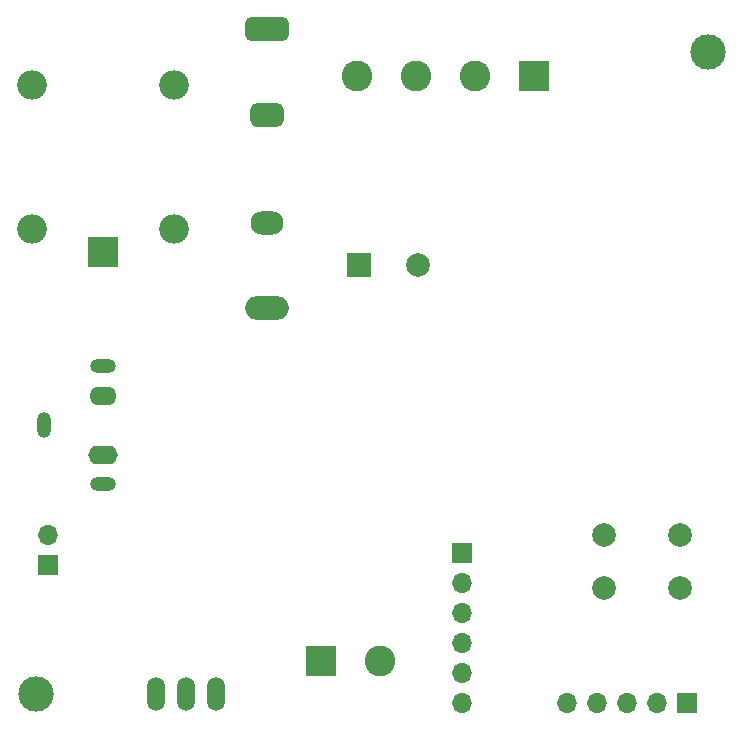
<source format=gbs>
%TF.GenerationSoftware,KiCad,Pcbnew,7.0.8-7.0.8~ubuntu20.04.1*%
%TF.CreationDate,2023-11-01T16:16:35+05:30*%
%TF.ProjectId,WLED_V0.1,574c4544-5f56-4302-9e31-2e6b69636164,rev?*%
%TF.SameCoordinates,Original*%
%TF.FileFunction,Soldermask,Bot*%
%TF.FilePolarity,Negative*%
%FSLAX46Y46*%
G04 Gerber Fmt 4.6, Leading zero omitted, Abs format (unit mm)*
G04 Created by KiCad (PCBNEW 7.0.8-7.0.8~ubuntu20.04.1) date 2023-11-01 16:16:35*
%MOMM*%
%LPD*%
G01*
G04 APERTURE LIST*
G04 Aperture macros list*
%AMRoundRect*
0 Rectangle with rounded corners*
0 $1 Rounding radius*
0 $2 $3 $4 $5 $6 $7 $8 $9 X,Y pos of 4 corners*
0 Add a 4 corners polygon primitive as box body*
4,1,4,$2,$3,$4,$5,$6,$7,$8,$9,$2,$3,0*
0 Add four circle primitives for the rounded corners*
1,1,$1+$1,$2,$3*
1,1,$1+$1,$4,$5*
1,1,$1+$1,$6,$7*
1,1,$1+$1,$8,$9*
0 Add four rect primitives between the rounded corners*
20,1,$1+$1,$2,$3,$4,$5,0*
20,1,$1+$1,$4,$5,$6,$7,0*
20,1,$1+$1,$6,$7,$8,$9,0*
20,1,$1+$1,$8,$9,$2,$3,0*%
G04 Aperture macros list end*
%ADD10R,1.700000X1.700000*%
%ADD11O,1.700000X1.700000*%
%ADD12C,3.000000*%
%ADD13C,2.000000*%
%ADD14O,1.524800X2.845600*%
%ADD15O,1.200000X2.200000*%
%ADD16O,2.200000X1.200000*%
%ADD17O,2.300000X1.600000*%
%ADD18O,2.500000X1.600000*%
%ADD19R,2.600000X2.600000*%
%ADD20C,2.600000*%
%ADD21R,2.500000X2.500000*%
%ADD22O,2.500000X2.500000*%
%ADD23RoundRect,0.500000X-1.350000X0.500000X-1.350000X-0.500000X1.350000X-0.500000X1.350000X0.500000X0*%
%ADD24RoundRect,0.500000X-0.900000X0.500000X-0.900000X-0.500000X0.900000X-0.500000X0.900000X0.500000X0*%
%ADD25O,2.800000X2.000000*%
%ADD26O,3.700000X2.000000*%
%ADD27R,2.000000X2.000000*%
G04 APERTURE END LIST*
D10*
%TO.C,J2*%
X118314000Y-100598000D03*
D11*
X118314000Y-103138000D03*
X118314000Y-105678000D03*
X118314000Y-108218000D03*
X118314000Y-110758000D03*
X118314000Y-113298000D03*
%TD*%
D10*
%TO.C,MK1*%
X83262000Y-101614000D03*
D11*
X83262000Y-99074000D03*
%TD*%
D12*
%TO.C,H1*%
X139142000Y-58180000D03*
%TD*%
D13*
%TO.C,SW2*%
X130304000Y-99110000D03*
X136804000Y-99110000D03*
X130304000Y-103610000D03*
X136804000Y-103610000D03*
%TD*%
D14*
%TO.C,U3*%
X94946000Y-112536000D03*
X92446000Y-112536000D03*
X97446000Y-112536000D03*
%TD*%
D10*
%TO.C,J5*%
X137364000Y-113298000D03*
D11*
X134824000Y-113298000D03*
X132284000Y-113298000D03*
X129744000Y-113298000D03*
X127204000Y-113298000D03*
%TD*%
D15*
%TO.C,J6*%
X82943000Y-89803000D03*
D16*
X87943000Y-84803000D03*
D17*
X87943000Y-87303000D03*
D16*
X87943000Y-94803000D03*
D18*
X87943000Y-92303000D03*
%TD*%
D12*
%TO.C,H2*%
X82246000Y-112536000D03*
%TD*%
D19*
%TO.C,J3*%
X124447000Y-60211000D03*
D20*
X119447000Y-60211000D03*
X114447000Y-60211000D03*
X109447000Y-60211000D03*
%TD*%
D21*
%TO.C,K1*%
X87948000Y-75189500D03*
D22*
X93948000Y-73189500D03*
X93948000Y-60989500D03*
X81948000Y-60989500D03*
X81948000Y-73189500D03*
%TD*%
D19*
%TO.C,J4*%
X106405000Y-109742000D03*
D20*
X111405000Y-109742000D03*
%TD*%
D23*
%TO.C,F2*%
X101804000Y-56308000D03*
D24*
X101804000Y-63578000D03*
D25*
X101804000Y-72658000D03*
D26*
X101804000Y-79928000D03*
%TD*%
D27*
%TO.C,C5*%
X109596323Y-76214000D03*
D13*
X114596323Y-76214000D03*
%TD*%
M02*

</source>
